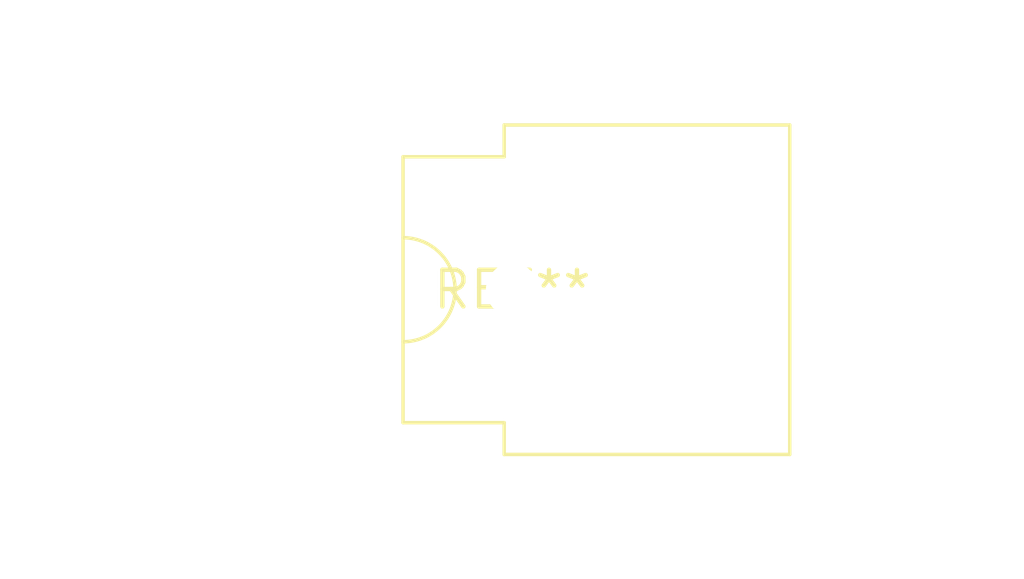
<source format=kicad_pcb>
(kicad_pcb (version 20240108) (generator pcbnew)
  (layers (0 "F.Cu" signal) (31 "B.Cu" signal) (34 "B.Paste" user) (35 "F.Paste" user) (36 "B.SilkS" user "B.Silkscreen") (37 "F.SilkS" user "F.Silkscreen") (38 "B.Mask" user) (39 "F.Mask" user) (44 "Edge.Cuts" user))
  (net 0 "")
  (footprint "BatteryClip_Keystone_54_D16-19mm" (layer "F.Cu") (at 0 0)
    (property "Reference" "REF**")
    (property "Value" "BatteryClip_Keystone_54_D16-19mm")
    (fp_line (start -3.78 -4.6) (end -3.78 4.6) (layer "F.SilkS") (stroke (width 0.12)))
    (fp_line (start -3.78 4.6) (end -0.28 4.6) (layer "F.SilkS") (stroke (width 0.12)))
    (fp_line (start -0.28 -5.7) (end -0.28 -4.6) (layer "F.SilkS") (stroke (width 0.12)))
    (fp_line (start -0.28 -4.6) (end -3.78 -4.6) (layer "F.SilkS") (stroke (width 0.12)))
    (fp_line (start -0.28 4.6) (end -0.28 5.7) (layer "F.SilkS") (stroke (width 0.12)))
    (fp_line (start -0.28 5.7) (end 9.6 5.7) (layer "F.SilkS") (stroke (width 0.12)))
    (fp_line (start 9.6 -5.7) (end -0.28 -5.7) (layer "F.SilkS") (stroke (width 0.12)))
    (fp_line (start 9.6 5.7) (end 9.6 -5.7) (layer "F.SilkS") (stroke (width 0.12)))
    (fp_arc (start -3.78 -1.8) (mid -1.98 0) (end -3.78 1.8) (layer "F.SilkS") (stroke (width 0.12)))
    (pad "1" thru_hole circle (at 0 0 180) (size 2.5908 2.5908) (drill 1.8288) (layers *.Cu *.Mask) (remove_unused_layers))
    (pad "1" thru_hole circle (at 7.62 -2.54 180) (size 2.5908 2.5908) (drill 1.8288) (layers *.Cu *.Mask) (remove_unused_layers))
    (pad "1" thru_hole circle (at 7.62 2.54 180) (size 2.5908 2.5908) (drill 1.8288) (layers *.Cu *.Mask) (remove_unused_layers))
  )
)
</source>
